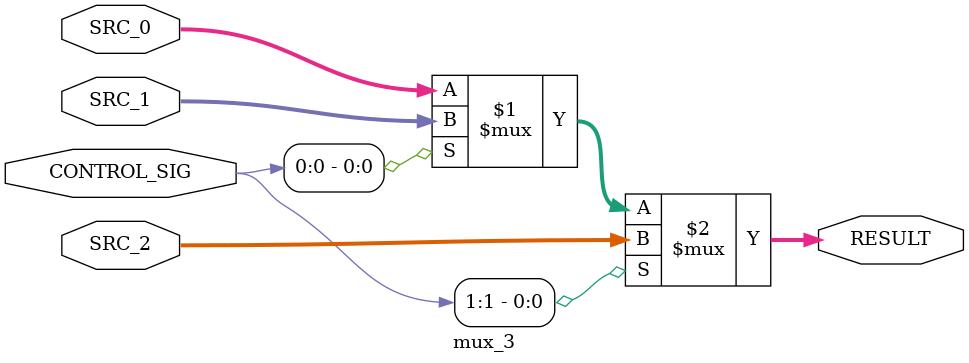
<source format=v>
module mux_3(input [1:0]  CONTROL_SIG,
             input  [31:0] SRC_0, SRC_1, SRC_2,
             output [31:0] RESULT);
    assign RESULT = CONTROL_SIG[1] ? SRC_2 : (CONTROL_SIG[0] ? SRC_1 : SRC_0);
endmodule

</source>
